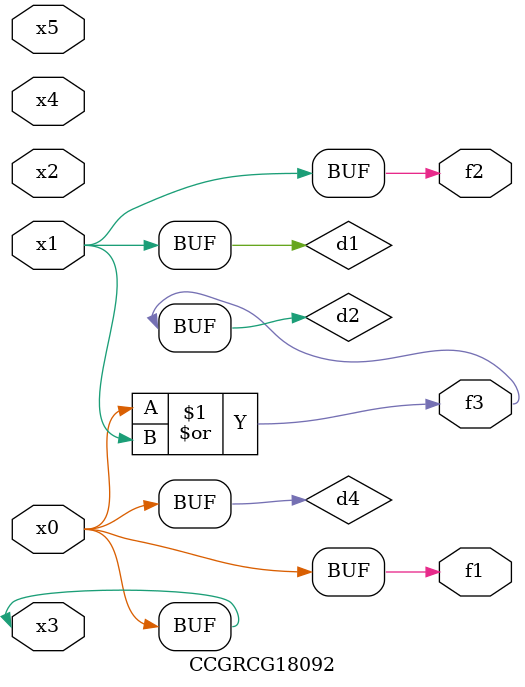
<source format=v>
module CCGRCG18092(
	input x0, x1, x2, x3, x4, x5,
	output f1, f2, f3
);

	wire d1, d2, d3, d4;

	and (d1, x1);
	or (d2, x0, x1);
	nand (d3, x0, x5);
	buf (d4, x0, x3);
	assign f1 = d4;
	assign f2 = d1;
	assign f3 = d2;
endmodule

</source>
